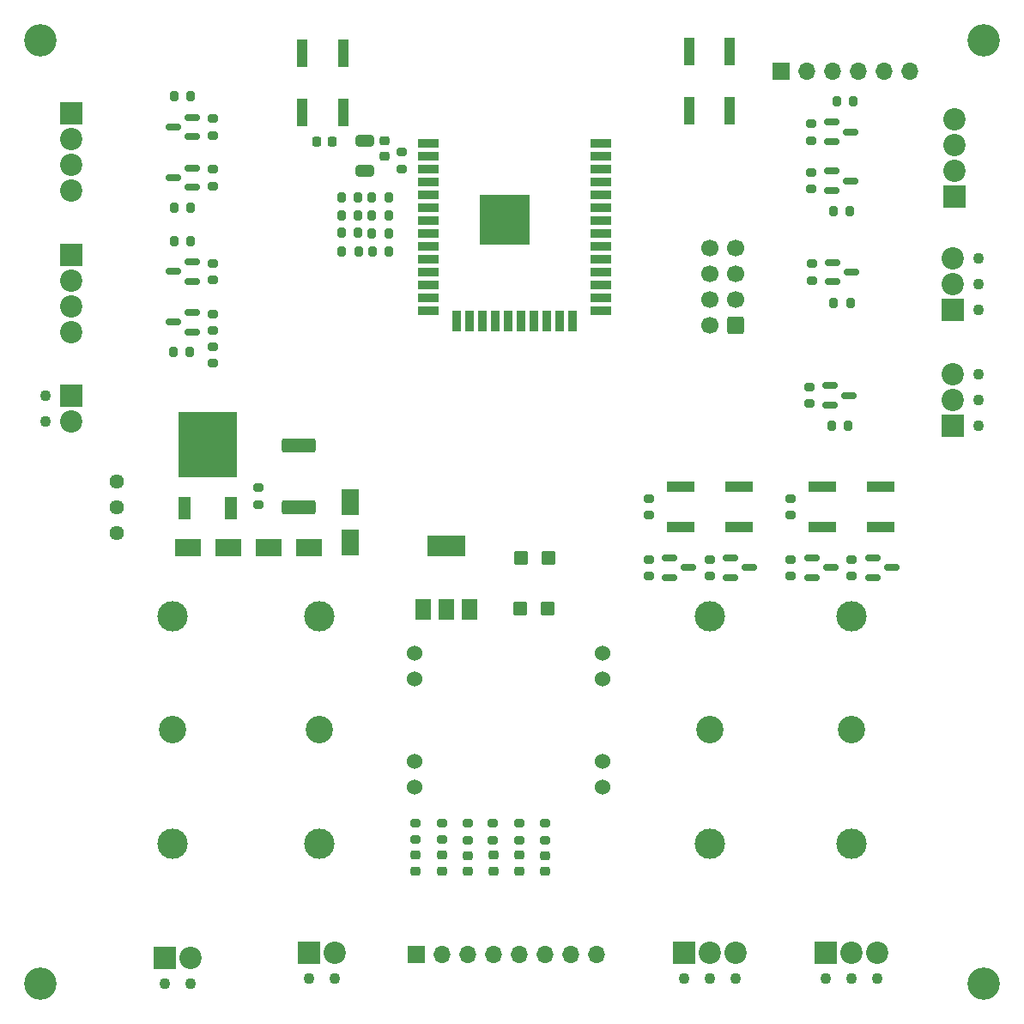
<source format=gts>
G04 #@! TF.GenerationSoftware,KiCad,Pcbnew,6.0.6-3a73a75311~116~ubuntu22.04.1*
G04 #@! TF.CreationDate,2022-07-02T16:35:34+01:00*
G04 #@! TF.ProjectId,rLab_Door,724c6162-5f44-46f6-9f72-2e6b69636164,rev?*
G04 #@! TF.SameCoordinates,Original*
G04 #@! TF.FileFunction,Soldermask,Top*
G04 #@! TF.FilePolarity,Negative*
%FSLAX46Y46*%
G04 Gerber Fmt 4.6, Leading zero omitted, Abs format (unit mm)*
G04 Created by KiCad (PCBNEW 6.0.6-3a73a75311~116~ubuntu22.04.1) date 2022-07-02 16:35:34*
%MOMM*%
%LPD*%
G01*
G04 APERTURE LIST*
G04 Aperture macros list*
%AMRoundRect*
0 Rectangle with rounded corners*
0 $1 Rounding radius*
0 $2 $3 $4 $5 $6 $7 $8 $9 X,Y pos of 4 corners*
0 Add a 4 corners polygon primitive as box body*
4,1,4,$2,$3,$4,$5,$6,$7,$8,$9,$2,$3,0*
0 Add four circle primitives for the rounded corners*
1,1,$1+$1,$2,$3*
1,1,$1+$1,$4,$5*
1,1,$1+$1,$6,$7*
1,1,$1+$1,$8,$9*
0 Add four rect primitives between the rounded corners*
20,1,$1+$1,$2,$3,$4,$5,0*
20,1,$1+$1,$4,$5,$6,$7,0*
20,1,$1+$1,$6,$7,$8,$9,0*
20,1,$1+$1,$8,$9,$2,$3,0*%
G04 Aperture macros list end*
%ADD10R,1.700000X1.700000*%
%ADD11O,1.700000X1.700000*%
%ADD12RoundRect,0.200000X-0.200000X-0.275000X0.200000X-0.275000X0.200000X0.275000X-0.200000X0.275000X0*%
%ADD13RoundRect,0.218750X-0.256250X0.218750X-0.256250X-0.218750X0.256250X-0.218750X0.256250X0.218750X0*%
%ADD14RoundRect,0.200000X0.200000X0.275000X-0.200000X0.275000X-0.200000X-0.275000X0.200000X-0.275000X0*%
%ADD15RoundRect,0.150000X-0.587500X-0.150000X0.587500X-0.150000X0.587500X0.150000X-0.587500X0.150000X0*%
%ADD16RoundRect,0.250000X-0.450000X-0.425000X0.450000X-0.425000X0.450000X0.425000X-0.450000X0.425000X0*%
%ADD17C,1.100000*%
%ADD18R,2.200000X2.200000*%
%ADD19C,2.200000*%
%ADD20C,3.200000*%
%ADD21RoundRect,0.200000X0.275000X-0.200000X0.275000X0.200000X-0.275000X0.200000X-0.275000X-0.200000X0*%
%ADD22RoundRect,0.249999X-1.425001X0.450001X-1.425001X-0.450001X1.425001X-0.450001X1.425001X0.450001X0*%
%ADD23RoundRect,0.150000X0.587500X0.150000X-0.587500X0.150000X-0.587500X-0.150000X0.587500X-0.150000X0*%
%ADD24R,1.800000X2.500000*%
%ADD25RoundRect,0.200000X-0.275000X0.200000X-0.275000X-0.200000X0.275000X-0.200000X0.275000X0.200000X0*%
%ADD26RoundRect,0.250000X0.650000X-0.325000X0.650000X0.325000X-0.650000X0.325000X-0.650000X-0.325000X0*%
%ADD27R,2.800000X1.000000*%
%ADD28R,1.200000X2.200000*%
%ADD29R,5.800000X6.400000*%
%ADD30C,2.700000*%
%ADD31C,3.000000*%
%ADD32R,2.500000X1.800000*%
%ADD33C,1.524000*%
%ADD34RoundRect,0.225000X0.225000X0.250000X-0.225000X0.250000X-0.225000X-0.250000X0.225000X-0.250000X0*%
%ADD35R,1.500000X2.000000*%
%ADD36R,3.800000X2.000000*%
%ADD37R,1.000000X2.800000*%
%ADD38R,2.000000X0.900000*%
%ADD39R,0.900000X2.000000*%
%ADD40R,5.000000X5.000000*%
%ADD41C,1.440000*%
%ADD42RoundRect,0.225000X0.250000X-0.225000X0.250000X0.225000X-0.250000X0.225000X-0.250000X-0.225000X0*%
%ADD43RoundRect,0.250000X0.600000X0.600000X-0.600000X0.600000X-0.600000X-0.600000X0.600000X-0.600000X0*%
%ADD44C,1.700000*%
G04 APERTURE END LIST*
D10*
G04 #@! TO.C,J11*
X123000000Y-53000000D03*
D11*
X125540000Y-53000000D03*
X128080000Y-53000000D03*
X130620000Y-53000000D03*
X133160000Y-53000000D03*
X135700000Y-53000000D03*
G04 #@! TD*
D12*
G04 #@! TO.C,R7*
X82675000Y-67254176D03*
X84325000Y-67254176D03*
G04 #@! TD*
D13*
G04 #@! TO.C,D7*
X99722911Y-130369516D03*
X99722911Y-131944516D03*
G04 #@! TD*
D14*
G04 #@! TO.C,R34*
X64825000Y-66522500D03*
X63175000Y-66522500D03*
G04 #@! TD*
D15*
G04 #@! TO.C,Q3*
X112062500Y-101050000D03*
X112062500Y-102950000D03*
X113937500Y-102000000D03*
G04 #@! TD*
D16*
G04 #@! TO.C,C2*
X97357332Y-101065037D03*
X100057332Y-101065037D03*
G04 #@! TD*
D17*
G04 #@! TO.C,J10*
X79040000Y-142540000D03*
X76500000Y-142540000D03*
D18*
X76500000Y-140000000D03*
D19*
X79040000Y-140000000D03*
G04 #@! TD*
D20*
G04 #@! TO.C,REF\u002A\u002A*
X143000000Y-50000000D03*
G04 #@! TD*
D21*
G04 #@! TO.C,R1*
X67000000Y-81825000D03*
X67000000Y-80175000D03*
G04 #@! TD*
G04 #@! TO.C,R10*
X89574391Y-128838549D03*
X89574391Y-127188549D03*
G04 #@! TD*
D14*
G04 #@! TO.C,R14*
X81353685Y-70768152D03*
X79703685Y-70768152D03*
G04 #@! TD*
D22*
G04 #@! TO.C,R2*
X75500000Y-89900000D03*
X75500000Y-96000000D03*
G04 #@! TD*
D13*
G04 #@! TO.C,D5*
X89580631Y-130347733D03*
X89580631Y-131922733D03*
G04 #@! TD*
D14*
G04 #@! TO.C,R13*
X81335350Y-68980000D03*
X79685350Y-68980000D03*
G04 #@! TD*
D21*
G04 #@! TO.C,R8*
X87000000Y-128825000D03*
X87000000Y-127175000D03*
G04 #@! TD*
D23*
G04 #@! TO.C,Q5*
X64937500Y-73730000D03*
X64937500Y-71830000D03*
X63062500Y-72780000D03*
G04 #@! TD*
D13*
G04 #@! TO.C,D9*
X94641877Y-130355967D03*
X94641877Y-131930967D03*
G04 #@! TD*
D24*
G04 #@! TO.C,D2*
X80500000Y-99500000D03*
X80500000Y-95500000D03*
G04 #@! TD*
D23*
G04 #@! TO.C,Q9*
X64937500Y-64472500D03*
X64937500Y-62572500D03*
X63062500Y-63522500D03*
G04 #@! TD*
D12*
G04 #@! TO.C,R21*
X128237500Y-75850012D03*
X129887500Y-75850012D03*
G04 #@! TD*
D21*
G04 #@! TO.C,R28*
X67000000Y-78605000D03*
X67000000Y-76955000D03*
G04 #@! TD*
D25*
G04 #@! TO.C,R20*
X126062500Y-72025012D03*
X126062500Y-73675012D03*
G04 #@! TD*
D26*
G04 #@! TO.C,C3*
X81940000Y-62820000D03*
X81940000Y-59870000D03*
G04 #@! TD*
D15*
G04 #@! TO.C,Q11*
X128062500Y-62872256D03*
X128062500Y-64772256D03*
X129937500Y-63822256D03*
G04 #@! TD*
D21*
G04 #@! TO.C,R4*
X85620000Y-62645000D03*
X85620000Y-60995000D03*
G04 #@! TD*
D17*
G04 #@! TO.C,J8*
X50460000Y-87540000D03*
X50460000Y-85000000D03*
D18*
X53000000Y-85000000D03*
D19*
X53000000Y-87540000D03*
G04 #@! TD*
D18*
G04 #@! TO.C,J5*
X53000000Y-71185000D03*
D19*
X53000000Y-73725000D03*
X53000000Y-76265000D03*
X53000000Y-78805000D03*
G04 #@! TD*
D27*
G04 #@! TO.C,SW4*
X127100000Y-94000000D03*
X132900000Y-94000000D03*
X132900000Y-98000000D03*
X127100000Y-98000000D03*
G04 #@! TD*
D28*
G04 #@! TO.C,U2*
X64220000Y-96150000D03*
D29*
X66500000Y-89850000D03*
D28*
X68780000Y-96150000D03*
G04 #@! TD*
D15*
G04 #@! TO.C,Q1*
X128125000Y-71900012D03*
X128125000Y-73800012D03*
X130000000Y-72850012D03*
G04 #@! TD*
D20*
G04 #@! TO.C,REF\u002A\u002A*
X50000000Y-50000000D03*
G04 #@! TD*
D21*
G04 #@! TO.C,R12*
X99722911Y-128865648D03*
X99722911Y-127215648D03*
G04 #@! TD*
G04 #@! TO.C,R16*
X92108134Y-128879198D03*
X92108134Y-127229198D03*
G04 #@! TD*
D17*
G04 #@! TO.C,J1*
X113460000Y-142540000D03*
X116000000Y-142540000D03*
X118540000Y-142540000D03*
D18*
X113460000Y-140000000D03*
D19*
X116000000Y-140000000D03*
X118540000Y-140000000D03*
G04 #@! TD*
D13*
G04 #@! TO.C,D4*
X87010631Y-130347733D03*
X87010631Y-131922733D03*
G04 #@! TD*
D12*
G04 #@! TO.C,R38*
X128175000Y-66822256D03*
X129825000Y-66822256D03*
G04 #@! TD*
G04 #@! TO.C,R23*
X128005024Y-88000000D03*
X129655024Y-88000000D03*
G04 #@! TD*
D30*
G04 #@! TO.C,F2*
X77500000Y-118000000D03*
D31*
X77500000Y-106750000D03*
X77500000Y-129250000D03*
G04 #@! TD*
D25*
G04 #@! TO.C,R24*
X116000000Y-101175000D03*
X116000000Y-102825000D03*
G04 #@! TD*
D12*
G04 #@! TO.C,R40*
X128545024Y-56000000D03*
X130195024Y-56000000D03*
G04 #@! TD*
D15*
G04 #@! TO.C,Q10*
X132062500Y-101050000D03*
X132062500Y-102950000D03*
X133937500Y-102000000D03*
G04 #@! TD*
D30*
G04 #@! TO.C,F4*
X130000000Y-118000000D03*
D31*
X130000000Y-129250000D03*
X130000000Y-106750000D03*
G04 #@! TD*
D21*
G04 #@! TO.C,R31*
X67000000Y-59347500D03*
X67000000Y-57697500D03*
G04 #@! TD*
D23*
G04 #@! TO.C,Q6*
X64937500Y-78730000D03*
X64937500Y-76830000D03*
X63062500Y-77780000D03*
G04 #@! TD*
D32*
G04 #@! TO.C,D3*
X72500000Y-100000000D03*
X76500000Y-100000000D03*
G04 #@! TD*
D20*
G04 #@! TO.C,REF\u002A\u002A*
X50000000Y-143000000D03*
G04 #@! TD*
D13*
G04 #@! TO.C,D6*
X97202718Y-130355967D03*
X97202718Y-131930967D03*
G04 #@! TD*
D15*
G04 #@! TO.C,Q4*
X118062500Y-101050000D03*
X118062500Y-102950000D03*
X119937500Y-102000000D03*
G04 #@! TD*
D14*
G04 #@! TO.C,R6*
X81335350Y-65500000D03*
X79685350Y-65500000D03*
G04 #@! TD*
D32*
G04 #@! TO.C,D1*
X68500000Y-100000000D03*
X64500000Y-100000000D03*
G04 #@! TD*
D21*
G04 #@! TO.C,R30*
X124000000Y-102825000D03*
X124000000Y-101175000D03*
G04 #@! TD*
D14*
G04 #@! TO.C,R27*
X64825000Y-69780000D03*
X63175000Y-69780000D03*
G04 #@! TD*
D18*
G04 #@! TO.C,J7*
X140107476Y-65427740D03*
D19*
X140107476Y-62887740D03*
X140107476Y-60347740D03*
X140107476Y-57807740D03*
G04 #@! TD*
D25*
G04 #@! TO.C,R37*
X126000000Y-62997256D03*
X126000000Y-64647256D03*
G04 #@! TD*
D17*
G04 #@! TO.C,J2*
X132540000Y-142540000D03*
X130000000Y-142540000D03*
X127460000Y-142540000D03*
D18*
X127460000Y-140000000D03*
D19*
X130000000Y-140000000D03*
X132540000Y-140000000D03*
G04 #@! TD*
D33*
G04 #@! TO.C,U1*
X86856000Y-112936000D03*
X86856000Y-110396000D03*
X86856000Y-121064000D03*
X86856000Y-123604000D03*
X105398000Y-112936000D03*
X105398000Y-110396000D03*
X105398000Y-123604000D03*
X105398000Y-121064000D03*
G04 #@! TD*
D25*
G04 #@! TO.C,R36*
X124000000Y-95175000D03*
X124000000Y-96825000D03*
G04 #@! TD*
D21*
G04 #@! TO.C,R18*
X94628327Y-128852099D03*
X94628327Y-127202099D03*
G04 #@! TD*
D15*
G04 #@! TO.C,Q7*
X126062500Y-101050000D03*
X126062500Y-102950000D03*
X127937500Y-102000000D03*
G04 #@! TD*
D34*
G04 #@! TO.C,C5*
X78775000Y-60000000D03*
X77225000Y-60000000D03*
G04 #@! TD*
D21*
G04 #@! TO.C,R3*
X71500000Y-95775000D03*
X71500000Y-94125000D03*
G04 #@! TD*
D25*
G04 #@! TO.C,R35*
X130000000Y-101175000D03*
X130000000Y-102825000D03*
G04 #@! TD*
D13*
G04 #@! TO.C,D8*
X92121683Y-130384250D03*
X92121683Y-131959250D03*
G04 #@! TD*
D25*
G04 #@! TO.C,R39*
X126000000Y-58225000D03*
X126000000Y-59875000D03*
G04 #@! TD*
D35*
G04 #@! TO.C,U3*
X87700000Y-106150000D03*
X90000000Y-106150000D03*
D36*
X90000000Y-99850000D03*
D35*
X92300000Y-106150000D03*
G04 #@! TD*
D37*
G04 #@! TO.C,SW2*
X114000000Y-51100000D03*
X114000000Y-56900000D03*
X118000000Y-56900000D03*
X118000000Y-51100000D03*
G04 #@! TD*
D15*
G04 #@! TO.C,Q2*
X127892524Y-84050000D03*
X127892524Y-85950000D03*
X129767524Y-85000000D03*
G04 #@! TD*
D17*
G04 #@! TO.C,J4*
X142540000Y-82920000D03*
X142540000Y-85460000D03*
X142540000Y-88000000D03*
D18*
X140000000Y-88000000D03*
D19*
X140000000Y-85460000D03*
X140000000Y-82920000D03*
G04 #@! TD*
D23*
G04 #@! TO.C,Q8*
X64937500Y-59472500D03*
X64937500Y-57572500D03*
X63062500Y-58522500D03*
G04 #@! TD*
D15*
G04 #@! TO.C,Q12*
X128000000Y-58050000D03*
X128000000Y-59950000D03*
X129875000Y-59000000D03*
G04 #@! TD*
D21*
G04 #@! TO.C,R33*
X67000000Y-64347500D03*
X67000000Y-62697500D03*
G04 #@! TD*
D30*
G04 #@! TO.C,F1*
X63000000Y-118000000D03*
D31*
X63000000Y-106750000D03*
X63000000Y-129250000D03*
G04 #@! TD*
D18*
G04 #@! TO.C,J6*
X53000000Y-57185000D03*
D19*
X53000000Y-59725000D03*
X53000000Y-62265000D03*
X53000000Y-64805000D03*
G04 #@! TD*
D12*
G04 #@! TO.C,R9*
X82685350Y-65500000D03*
X84335350Y-65500000D03*
G04 #@! TD*
D27*
G04 #@! TO.C,SW3*
X118900000Y-94000000D03*
X113100000Y-94000000D03*
X118900000Y-98000000D03*
X113100000Y-98000000D03*
G04 #@! TD*
D12*
G04 #@! TO.C,R29*
X63060989Y-80726816D03*
X64710989Y-80726816D03*
G04 #@! TD*
D14*
G04 #@! TO.C,R5*
X81325000Y-67254176D03*
X79675000Y-67254176D03*
G04 #@! TD*
D17*
G04 #@! TO.C,J9*
X64770000Y-143040000D03*
X62230000Y-143040000D03*
D18*
X62230000Y-140500000D03*
D19*
X64770000Y-140500000D03*
G04 #@! TD*
D14*
G04 #@! TO.C,R32*
X64825000Y-55522500D03*
X63175000Y-55522500D03*
G04 #@! TD*
D38*
G04 #@! TO.C,U4*
X88280000Y-60155000D03*
X88280000Y-61425000D03*
X88280000Y-62695000D03*
X88280000Y-63965000D03*
X88280000Y-65235000D03*
X88280000Y-66505000D03*
X88280000Y-67775000D03*
X88280000Y-69045000D03*
X88280000Y-70315000D03*
X88280000Y-71585000D03*
X88280000Y-72855000D03*
X88280000Y-74125000D03*
X88280000Y-75395000D03*
X88280000Y-76665000D03*
D39*
X91065000Y-77665000D03*
X92335000Y-77665000D03*
X93605000Y-77665000D03*
X94875000Y-77665000D03*
X96145000Y-77665000D03*
X97415000Y-77665000D03*
X98685000Y-77665000D03*
X99955000Y-77665000D03*
X101225000Y-77665000D03*
X102495000Y-77665000D03*
D38*
X105280000Y-76665000D03*
X105280000Y-75395000D03*
X105280000Y-74125000D03*
X105280000Y-72855000D03*
X105280000Y-71585000D03*
X105280000Y-70315000D03*
X105280000Y-69045000D03*
X105280000Y-67775000D03*
X105280000Y-66505000D03*
X105280000Y-65235000D03*
X105280000Y-63965000D03*
X105280000Y-62695000D03*
X105280000Y-61425000D03*
X105280000Y-60155000D03*
D40*
X95780000Y-67655000D03*
G04 #@! TD*
D25*
G04 #@! TO.C,R25*
X110000000Y-95175000D03*
X110000000Y-96825000D03*
G04 #@! TD*
D14*
G04 #@! TO.C,R17*
X84353685Y-70768152D03*
X82703685Y-70768152D03*
G04 #@! TD*
D41*
G04 #@! TO.C,RV1*
X57500000Y-98550000D03*
X57500000Y-96010000D03*
X57500000Y-93470000D03*
G04 #@! TD*
D25*
G04 #@! TO.C,R22*
X125830024Y-84175000D03*
X125830024Y-85825000D03*
G04 #@! TD*
D21*
G04 #@! TO.C,R19*
X110000000Y-102825000D03*
X110000000Y-101175000D03*
G04 #@! TD*
D17*
G04 #@! TO.C,J3*
X142540000Y-76540000D03*
X142540000Y-74000000D03*
X142540000Y-71460000D03*
D18*
X140000000Y-76540000D03*
D19*
X140000000Y-74000000D03*
X140000000Y-71460000D03*
G04 #@! TD*
D12*
G04 #@! TO.C,R15*
X82685350Y-69000000D03*
X84335350Y-69000000D03*
G04 #@! TD*
D21*
G04 #@! TO.C,R26*
X67000000Y-73605000D03*
X67000000Y-71955000D03*
G04 #@! TD*
D37*
G04 #@! TO.C,SW1*
X75835000Y-57080000D03*
X75835000Y-51280000D03*
X79835000Y-57080000D03*
X79835000Y-51280000D03*
G04 #@! TD*
D10*
G04 #@! TO.C,J13*
X87031669Y-140137882D03*
D11*
X89571669Y-140137882D03*
X92111669Y-140137882D03*
X94651669Y-140137882D03*
X97191669Y-140137882D03*
X99731669Y-140137882D03*
X102271669Y-140137882D03*
X104811669Y-140137882D03*
G04 #@! TD*
D21*
G04 #@! TO.C,R11*
X97202718Y-128852099D03*
X97202718Y-127202099D03*
G04 #@! TD*
D30*
G04 #@! TO.C,F3*
X116000000Y-118000000D03*
D31*
X116000000Y-129250000D03*
X116000000Y-106750000D03*
G04 #@! TD*
D20*
G04 #@! TO.C,REF\u002A\u002A*
X143000000Y-143000000D03*
G04 #@! TD*
D42*
G04 #@! TO.C,C4*
X83940000Y-61395000D03*
X83940000Y-59845000D03*
G04 #@! TD*
D16*
G04 #@! TO.C,C1*
X97300000Y-106000000D03*
X100000000Y-106000000D03*
G04 #@! TD*
D43*
G04 #@! TO.C,J12*
X118540000Y-78120000D03*
D44*
X116000000Y-78120000D03*
X118540000Y-75580000D03*
X116000000Y-75580000D03*
X118540000Y-73040000D03*
X116000000Y-73040000D03*
X118540000Y-70500000D03*
X116000000Y-70500000D03*
G04 #@! TD*
M02*

</source>
